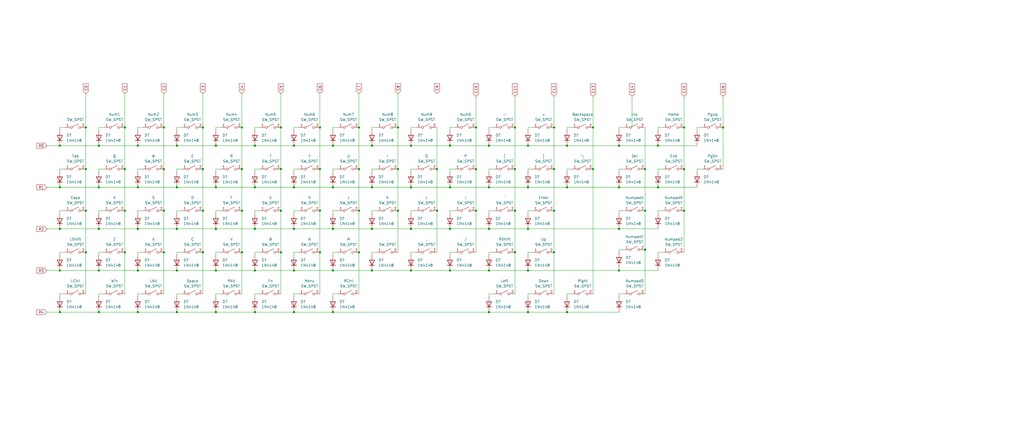
<source format=kicad_sch>
(kicad_sch (version 20211123) (generator eeschema)
  (paper "User" 499.999 210.007)
  (junction (at 270.51 82.55))
  (junction (at 162.56 152.4))
  (junction (at 257.81 91.44))
  (junction (at 80.01 82.55))
  (junction (at 257.81 132.08))
  (junction (at 175.26 102.87))
  (junction (at 251.46 123.19))
  (junction (at 334.01 102.87))
  (junction (at 60.96 123.19))
  (junction (at 124.46 152.4))
  (junction (at 143.51 132.08))
  (junction (at 86.36 71.12))
  (junction (at 270.51 123.19))
  (junction (at 334.01 62.23))
  (junction (at 124.46 111.76))
  (junction (at 105.41 71.12))
  (junction (at 314.96 102.87))
  (junction (at 200.66 111.76))
  (junction (at 80.01 123.19))
  (junction (at 60.96 62.23))
  (junction (at 48.26 132.08))
  (junction (at 156.21 82.55))
  (junction (at 181.61 91.44))
  (junction (at 118.11 123.19))
  (junction (at 80.01 62.23))
  (junction (at 67.31 71.12))
  (junction (at 194.31 82.55))
  (junction (at 257.81 71.12))
  (junction (at 276.86 71.12))
  (junction (at 105.41 132.08))
  (junction (at 137.16 123.19))
  (junction (at 48.26 111.76))
  (junction (at 137.16 62.23))
  (junction (at 67.31 91.44))
  (junction (at 175.26 82.55))
  (junction (at 80.01 102.87))
  (junction (at 219.71 91.44))
  (junction (at 143.51 152.4))
  (junction (at 41.91 102.87))
  (junction (at 48.26 152.4))
  (junction (at 200.66 132.08))
  (junction (at 213.36 82.55))
  (junction (at 60.96 102.87))
  (junction (at 29.21 91.44))
  (junction (at 143.51 111.76))
  (junction (at 194.31 102.87))
  (junction (at 276.86 152.4))
  (junction (at 232.41 62.23))
  (junction (at 143.51 91.44))
  (junction (at 124.46 71.12))
  (junction (at 302.26 71.12))
  (junction (at 29.21 152.4))
  (junction (at 99.06 82.55))
  (junction (at 118.11 82.55))
  (junction (at 124.46 132.08))
  (junction (at 289.56 82.55))
  (junction (at 238.76 152.4))
  (junction (at 289.56 62.23))
  (junction (at 270.51 102.87))
  (junction (at 200.66 71.12))
  (junction (at 137.16 102.87))
  (junction (at 353.06 62.23))
  (junction (at 67.31 111.76))
  (junction (at 67.31 132.08))
  (junction (at 213.36 102.87))
  (junction (at 257.81 111.76))
  (junction (at 238.76 132.08))
  (junction (at 251.46 62.23))
  (junction (at 105.41 111.76))
  (junction (at 86.36 132.08))
  (junction (at 175.26 62.23))
  (junction (at 156.21 123.19))
  (junction (at 270.51 62.23))
  (junction (at 29.21 111.76))
  (junction (at 86.36 152.4))
  (junction (at 302.26 132.08))
  (junction (at 48.26 91.44))
  (junction (at 67.31 152.4))
  (junction (at 105.41 91.44))
  (junction (at 321.31 71.12))
  (junction (at 99.06 102.87))
  (junction (at 29.21 132.08))
  (junction (at 41.91 123.19))
  (junction (at 219.71 111.76))
  (junction (at 302.26 111.76))
  (junction (at 118.11 102.87))
  (junction (at 124.46 91.44))
  (junction (at 302.26 91.44))
  (junction (at 156.21 102.87))
  (junction (at 86.36 111.76))
  (junction (at 156.21 62.23))
  (junction (at 194.31 62.23))
  (junction (at 238.76 91.44))
  (junction (at 219.71 132.08))
  (junction (at 86.36 91.44))
  (junction (at 137.16 82.55))
  (junction (at 99.06 123.19))
  (junction (at 276.86 91.44))
  (junction (at 48.26 71.12))
  (junction (at 200.66 91.44))
  (junction (at 314.96 82.55))
  (junction (at 162.56 111.76))
  (junction (at 181.61 111.76))
  (junction (at 41.91 62.23))
  (junction (at 41.91 82.55))
  (junction (at 232.41 82.55))
  (junction (at 29.21 71.12))
  (junction (at 143.51 71.12))
  (junction (at 181.61 71.12))
  (junction (at 162.56 71.12))
  (junction (at 162.56 91.44))
  (junction (at 334.01 82.55))
  (junction (at 105.41 152.4))
  (junction (at 238.76 111.76))
  (junction (at 162.56 132.08))
  (junction (at 232.41 102.87))
  (junction (at 314.96 121.92))
  (junction (at 181.61 132.08))
  (junction (at 60.96 82.55))
  (junction (at 219.71 71.12))
  (junction (at 118.11 62.23))
  (junction (at 251.46 82.55))
  (junction (at 99.06 62.23))
  (junction (at 321.31 91.44))
  (junction (at 175.26 123.19))
  (junction (at 251.46 102.87))
  (junction (at 257.81 152.4))
  (junction (at 238.76 71.12))
  (wire (pts (xy 232.41 102.87) (xy 232.41 123.19)))
  (wire (pts (xy 276.86 71.12) (xy 302.26 71.12)))
  (wire (pts (xy 60.96 45.72) (xy 60.96 62.23)))
  (wire (pts (xy 156.21 45.72) (xy 156.21 62.23)))
  (wire (pts (xy 99.06 82.55) (xy 99.06 102.87)))
  (wire (pts (xy 67.31 62.23) (xy 67.31 63.5)))
  (wire (pts (xy 99.06 102.87) (xy 99.06 123.19)))
  (wire (pts (xy 143.51 111.76) (xy 162.56 111.76)))
  (wire (pts (xy 238.76 62.23) (xy 238.76 63.5)))
  (wire (pts (xy 137.16 62.23) (xy 137.16 82.55)))
  (wire (pts (xy 302.26 71.12) (xy 321.31 71.12)))
  (wire (pts (xy 86.36 132.08) (xy 105.41 132.08)))
  (wire (pts (xy 67.31 91.44) (xy 86.36 91.44)))
  (wire (pts (xy 22.86 91.44) (xy 29.21 91.44)))
  (wire (pts (xy 321.31 91.44) (xy 340.36 91.44)))
  (wire (pts (xy 105.41 144.78) (xy 105.41 143.51)))
  (wire (pts (xy 69.85 62.23) (xy 67.31 62.23)))
  (wire (pts (xy 143.51 143.51) (xy 143.51 144.78)))
  (wire (pts (xy 289.56 46.99) (xy 289.56 62.23)))
  (wire (pts (xy 99.06 123.19) (xy 99.06 143.51)))
  (wire (pts (xy 238.76 82.55) (xy 238.76 83.82)))
  (wire (pts (xy 67.31 102.87) (xy 67.31 104.14)))
  (wire (pts (xy 162.56 83.82) (xy 162.56 82.55)))
  (wire (pts (xy 29.21 83.82) (xy 29.21 82.55)))
  (wire (pts (xy 219.71 62.23) (xy 222.25 62.23)))
  (wire (pts (xy 200.66 124.46) (xy 200.66 123.19)))
  (wire (pts (xy 48.26 62.23) (xy 50.8 62.23)))
  (wire (pts (xy 314.96 121.92) (xy 314.96 143.51)))
  (wire (pts (xy 238.76 143.51) (xy 241.3 143.51)))
  (wire (pts (xy 251.46 123.19) (xy 251.46 143.51)))
  (wire (pts (xy 86.36 143.51) (xy 88.9 143.51)))
  (wire (pts (xy 289.56 82.55) (xy 289.56 143.51)))
  (wire (pts (xy 86.36 82.55) (xy 88.9 82.55)))
  (wire (pts (xy 41.91 123.19) (xy 41.91 143.51)))
  (wire (pts (xy 219.71 104.14) (xy 219.71 102.87)))
  (wire (pts (xy 67.31 132.08) (xy 86.36 132.08)))
  (wire (pts (xy 143.51 82.55) (xy 146.05 82.55)))
  (wire (pts (xy 48.26 104.14) (xy 48.26 102.87)))
  (wire (pts (xy 200.66 104.14) (xy 200.66 102.87)))
  (wire (pts (xy 321.31 71.12) (xy 340.36 71.12)))
  (wire (pts (xy 304.8 82.55) (xy 302.26 82.55)))
  (wire (pts (xy 321.31 123.19) (xy 321.31 124.46)))
  (wire (pts (xy 270.51 46.99) (xy 270.51 62.23)))
  (wire (pts (xy 67.31 143.51) (xy 69.85 143.51)))
  (wire (pts (xy 69.85 102.87) (xy 67.31 102.87)))
  (wire (pts (xy 302.26 130.81) (xy 302.26 132.08)))
  (wire (pts (xy 184.15 62.23) (xy 181.61 62.23)))
  (wire (pts (xy 162.56 132.08) (xy 181.61 132.08)))
  (wire (pts (xy 86.36 124.46) (xy 86.36 123.19)))
  (wire (pts (xy 257.81 144.78) (xy 257.81 143.51)))
  (wire (pts (xy 321.31 63.5) (xy 321.31 62.23)))
  (wire (pts (xy 165.1 123.19) (xy 162.56 123.19)))
  (wire (pts (xy 238.76 144.78) (xy 238.76 143.51)))
  (wire (pts (xy 156.21 82.55) (xy 156.21 102.87)))
  (wire (pts (xy 143.51 104.14) (xy 143.51 102.87)))
  (wire (pts (xy 143.51 71.12) (xy 162.56 71.12)))
  (wire (pts (xy 48.26 82.55) (xy 50.8 82.55)))
  (wire (pts (xy 276.86 152.4) (xy 302.26 152.4)))
  (wire (pts (xy 48.26 102.87) (xy 50.8 102.87)))
  (wire (pts (xy 86.36 91.44) (xy 105.41 91.44)))
  (wire (pts (xy 308.61 46.99) (xy 308.61 62.23)))
  (wire (pts (xy 105.41 123.19) (xy 107.95 123.19)))
  (wire (pts (xy 181.61 82.55) (xy 181.61 83.82)))
  (wire (pts (xy 124.46 82.55) (xy 124.46 83.82)))
  (wire (pts (xy 105.41 143.51) (xy 107.95 143.51)))
  (wire (pts (xy 48.26 123.19) (xy 50.8 123.19)))
  (wire (pts (xy 194.31 45.72) (xy 194.31 62.23)))
  (wire (pts (xy 48.26 83.82) (xy 48.26 82.55)))
  (wire (pts (xy 270.51 82.55) (xy 270.51 102.87)))
  (wire (pts (xy 48.26 71.12) (xy 67.31 71.12)))
  (wire (pts (xy 162.56 143.51) (xy 165.1 143.51)))
  (wire (pts (xy 41.91 62.23) (xy 41.91 82.55)))
  (wire (pts (xy 257.81 143.51) (xy 260.35 143.51)))
  (wire (pts (xy 156.21 62.23) (xy 156.21 82.55)))
  (wire (pts (xy 257.81 111.76) (xy 302.26 111.76)))
  (wire (pts (xy 219.71 83.82) (xy 219.71 82.55)))
  (wire (pts (xy 257.81 124.46) (xy 257.81 123.19)))
  (wire (pts (xy 184.15 102.87) (xy 181.61 102.87)))
  (wire (pts (xy 232.41 62.23) (xy 232.41 82.55)))
  (wire (pts (xy 276.86 91.44) (xy 302.26 91.44)))
  (wire (pts (xy 86.36 71.12) (xy 105.41 71.12)))
  (wire (pts (xy 304.8 102.87) (xy 302.26 102.87)))
  (wire (pts (xy 181.61 123.19) (xy 184.15 123.19)))
  (wire (pts (xy 321.31 102.87) (xy 321.31 104.14)))
  (wire (pts (xy 162.56 102.87) (xy 165.1 102.87)))
  (wire (pts (xy 127 62.23) (xy 124.46 62.23)))
  (wire (pts (xy 257.81 102.87) (xy 260.35 102.87)))
  (wire (pts (xy 276.86 62.23) (xy 279.4 62.23)))
  (wire (pts (xy 105.41 152.4) (xy 124.46 152.4)))
  (wire (pts (xy 22.86 132.08) (xy 29.21 132.08)))
  (wire (pts (xy 219.71 111.76) (xy 238.76 111.76)))
  (wire (pts (xy 257.81 63.5) (xy 257.81 62.23)))
  (wire (pts (xy 276.86 82.55) (xy 279.4 82.55)))
  (wire (pts (xy 353.06 62.23) (xy 353.06 82.55)))
  (wire (pts (xy 241.3 82.55) (xy 238.76 82.55)))
  (wire (pts (xy 67.31 144.78) (xy 67.31 143.51)))
  (wire (pts (xy 200.66 63.5) (xy 200.66 62.23)))
  (wire (pts (xy 162.56 63.5) (xy 162.56 62.23)))
  (wire (pts (xy 238.76 123.19) (xy 241.3 123.19)))
  (wire (pts (xy 29.21 71.12) (xy 48.26 71.12)))
  (wire (pts (xy 302.26 82.55) (xy 302.26 83.82)))
  (wire (pts (xy 29.21 123.19) (xy 31.75 123.19)))
  (wire (pts (xy 162.56 71.12) (xy 181.61 71.12)))
  (wire (pts (xy 200.66 102.87) (xy 203.2 102.87)))
  (wire (pts (xy 181.61 62.23) (xy 181.61 63.5)))
  (wire (pts (xy 289.56 62.23) (xy 289.56 82.55)))
  (wire (pts (xy 162.56 144.78) (xy 162.56 143.51)))
  (wire (pts (xy 29.21 124.46) (xy 29.21 123.19)))
  (wire (pts (xy 251.46 82.55) (xy 251.46 102.87)))
  (wire (pts (xy 200.66 82.55) (xy 203.2 82.55)))
  (wire (pts (xy 241.3 102.87) (xy 238.76 102.87)))
  (wire (pts (xy 184.15 82.55) (xy 181.61 82.55)))
  (wire (pts (xy 323.85 123.19) (xy 321.31 123.19)))
  (wire (pts (xy 257.81 91.44) (xy 276.86 91.44)))
  (wire (pts (xy 238.76 124.46) (xy 238.76 123.19)))
  (wire (pts (xy 124.46 124.46) (xy 124.46 123.19)))
  (wire (pts (xy 232.41 46.99) (xy 232.41 62.23)))
  (wire (pts (xy 22.86 152.4) (xy 29.21 152.4)))
  (wire (pts (xy 29.21 82.55) (xy 31.75 82.55)))
  (wire (pts (xy 105.41 111.76) (xy 124.46 111.76)))
  (wire (pts (xy 323.85 102.87) (xy 321.31 102.87)))
  (wire (pts (xy 137.16 102.87) (xy 137.16 123.19)))
  (wire (pts (xy 251.46 62.23) (xy 251.46 82.55)))
  (wire (pts (xy 162.56 82.55) (xy 165.1 82.55)))
  (wire (pts (xy 200.66 71.12) (xy 219.71 71.12)))
  (wire (pts (xy 279.4 143.51) (xy 276.86 143.51)))
  (wire (pts (xy 105.41 91.44) (xy 124.46 91.44)))
  (wire (pts (xy 162.56 91.44) (xy 181.61 91.44)))
  (wire (pts (xy 99.06 45.72) (xy 99.06 62.23)))
  (wire (pts (xy 69.85 82.55) (xy 67.31 82.55)))
  (wire (pts (xy 270.51 123.19) (xy 270.51 143.51)))
  (wire (pts (xy 302.26 143.51) (xy 302.26 144.78)))
  (wire (pts (xy 143.51 152.4) (xy 162.56 152.4)))
  (wire (pts (xy 124.46 111.76) (xy 143.51 111.76)))
  (wire (pts (xy 143.51 102.87) (xy 146.05 102.87)))
  (wire (pts (xy 219.71 124.46) (xy 219.71 123.19)))
  (wire (pts (xy 137.16 45.72) (xy 137.16 62.23)))
  (wire (pts (xy 118.11 45.72) (xy 118.11 62.23)))
  (wire (pts (xy 143.51 83.82) (xy 143.51 82.55)))
  (wire (pts (xy 86.36 102.87) (xy 88.9 102.87)))
  (wire (pts (xy 60.96 62.23) (xy 60.96 82.55)))
  (wire (pts (xy 105.41 124.46) (xy 105.41 123.19)))
  (wire (pts (xy 124.46 71.12) (xy 143.51 71.12)))
  (wire (pts (xy 60.96 123.19) (xy 60.96 143.51)))
  (wire (pts (xy 314.96 62.23) (xy 314.96 82.55)))
  (wire (pts (xy 276.86 83.82) (xy 276.86 82.55)))
  (wire (pts (xy 200.66 111.76) (xy 219.71 111.76)))
  (wire (pts (xy 137.16 82.55) (xy 137.16 102.87)))
  (wire (pts (xy 302.26 132.08) (xy 321.31 132.08)))
  (wire (pts (xy 143.51 124.46) (xy 143.51 123.19)))
  (wire (pts (xy 118.11 82.55) (xy 118.11 102.87)))
  (wire (pts (xy 257.81 132.08) (xy 302.26 132.08)))
  (wire (pts (xy 270.51 62.23) (xy 270.51 82.55)))
  (wire (pts (xy 22.86 71.12) (xy 29.21 71.12)))
  (wire (pts (xy 60.96 102.87) (xy 60.96 123.19)))
  (wire (pts (xy 334.01 62.23) (xy 334.01 82.55)))
  (wire (pts (xy 200.66 83.82) (xy 200.66 82.55)))
  (wire (pts (xy 175.26 45.72) (xy 175.26 62.23)))
  (wire (pts (xy 219.71 71.12) (xy 238.76 71.12)))
  (wire (pts (xy 105.41 102.87) (xy 107.95 102.87)))
  (wire (pts (xy 22.86 111.76) (xy 29.21 111.76)))
  (wire (pts (xy 143.51 123.19) (xy 146.05 123.19)))
  (wire (pts (xy 29.21 104.14) (xy 29.21 102.87)))
  (wire (pts (xy 257.81 83.82) (xy 257.81 82.55)))
  (wire (pts (xy 118.11 102.87) (xy 118.11 123.19)))
  (wire (pts (xy 181.61 111.76) (xy 200.66 111.76)))
  (wire (pts (xy 340.36 63.5) (xy 340.36 62.23)))
  (wire (pts (xy 48.26 91.44) (xy 67.31 91.44)))
  (wire (pts (xy 80.01 102.87) (xy 80.01 123.19)))
  (wire (pts (xy 251.46 102.87) (xy 251.46 123.19)))
  (wire (pts (xy 124.46 144.78) (xy 124.46 143.51)))
  (wire (pts (xy 162.56 123.19) (xy 162.56 124.46)))
  (wire (pts (xy 321.31 62.23) (xy 323.85 62.23)))
  (wire (pts (xy 124.46 62.23) (xy 124.46 63.5)))
  (wire (pts (xy 105.41 82.55) (xy 107.95 82.55)))
  (wire (pts (xy 124.46 143.51) (xy 127 143.51)))
  (wire (pts (xy 124.46 152.4) (xy 143.51 152.4)))
  (wire (pts (xy 302.26 111.76) (xy 321.31 111.76)))
  (wire (pts (xy 137.16 123.19) (xy 137.16 143.51)))
  (wire (pts (xy 86.36 123.19) (xy 88.9 123.19)))
  (wire (pts (xy 219.71 82.55) (xy 222.25 82.55)))
  (wire (pts (xy 48.26 132.08) (xy 67.31 132.08)))
  (wire (pts (xy 181.61 132.08) (xy 200.66 132.08)))
  (wire (pts (xy 304.8 143.51) (xy 302.26 143.51)))
  (wire (pts (xy 238.76 152.4) (xy 257.81 152.4)))
  (wire (pts (xy 29.21 111.76) (xy 48.26 111.76)))
  (wire (pts (xy 156.21 102.87) (xy 156.21 123.19)))
  (wire (pts (xy 118.11 62.23) (xy 118.11 82.55)))
  (wire (pts (xy 314.96 102.87) (xy 314.96 121.92)))
  (wire (pts (xy 219.71 91.44) (xy 238.76 91.44)))
  (wire (pts (xy 80.01 82.55) (xy 80.01 102.87)))
  (wire (pts (xy 86.36 111.76) (xy 105.41 111.76)))
  (wire (pts (xy 302.26 102.87) (xy 302.26 104.14)))
  (wire (pts (xy 257.81 123.19) (xy 260.35 123.19)))
  (wire (pts (xy 105.41 104.14) (xy 105.41 102.87)))
  (wire (pts (xy 219.71 123.19) (xy 222.25 123.19)))
  (wire (pts (xy 181.61 91.44) (xy 200.66 91.44)))
  (wire (pts (xy 334.01 46.99) (xy 334.01 62.23)))
  (wire (pts (xy 105.41 132.08) (xy 124.46 132.08)))
  (wire (pts (xy 194.31 82.55) (xy 194.31 102.87)))
  (wire (pts (xy 276.86 63.5) (xy 276.86 62.23)))
  (wire (pts (xy 99.06 62.23) (xy 99.06 82.55)))
  (wire (pts (xy 41.91 102.87) (xy 41.91 123.19)))
  (wire (pts (xy 238.76 71.12) (xy 257.81 71.12)))
  (wire (pts (xy 69.85 123.19) (xy 67.31 123.19)))
  (wire (pts (xy 175.26 82.55) (xy 175.26 102.87)))
  (wire (pts (xy 29.21 132.08) (xy 48.26 132.08)))
  (wire (pts (xy 143.51 62.23) (xy 146.05 62.23)))
  (wire (pts (xy 257.81 82.55) (xy 260.35 82.55)))
  (wire (pts (xy 29.21 144.78) (xy 29.21 143.51)))
  (wire (pts (xy 29.21 62.23) (xy 31.75 62.23)))
  (wire (pts (xy 156.21 123.19) (xy 156.21 143.51)))
  (wire (pts (xy 241.3 62.23) (xy 238.76 62.23)))
  (wire (pts (xy 67.31 71.12) (xy 86.36 71.12)))
  (wire (pts (xy 143.51 91.44) (xy 162.56 91.44)))
  (wire (pts (xy 86.36 104.14) (xy 86.36 102.87)))
  (wire (pts (xy 48.26 63.5) (xy 48.26 62.23)))
  (wire (pts (xy 175.26 123.19) (xy 175.26 143.51)))
  (wire (pts (xy 304.8 121.92) (xy 302.26 121.92)))
  (wire (pts (xy 200.66 123.19) (xy 203.2 123.19)))
  (wire (pts (xy 302.26 121.92) (xy 302.26 123.19)))
  (wire (pts (xy 175.26 62.23) (xy 175.26 82.55)))
  (wire (pts (xy 321.31 82.55) (xy 323.85 82.55)))
  (wire (pts (xy 124.46 102.87) (xy 124.46 104.14)))
  (wire (pts (xy 314.96 82.55) (xy 314.96 102.87)))
  (wire (pts (xy 302.26 62.23) (xy 302.26 63.5)))
  (wire (pts (xy 127 82.55) (xy 124.46 82.55)))
  (wire (pts (xy 213.36 82.55) (xy 213.36 102.87)))
  (wire (pts (xy 162.56 152.4) (xy 238.76 152.4)))
  (wire (pts (xy 181.61 71.12) (xy 200.66 71.12)))
  (wire (pts (xy 86.36 63.5) (xy 86.36 62.23)))
  (wire (pts (xy 181.61 102.87) (xy 181.61 104.14)))
  (wire (pts (xy 219.71 132.08) (xy 238.76 132.08)))
  (wire (pts (xy 143.51 132.08) (xy 162.56 132.08)))
  (wire (pts (xy 340.36 83.82) (xy 340.36 82.55)))
  (wire (pts (xy 321.31 83.82) (xy 321.31 82.55)))
  (wire (pts (xy 146.05 143.51) (xy 143.51 143.51)))
  (wire (pts (xy 105.41 62.23) (xy 107.95 62.23)))
  (wire (pts (xy 105.41 83.82) (xy 105.41 82.55)))
  (wire (pts (xy 257.81 104.14) (xy 257.81 102.87)))
  (wire (pts (xy 86.36 152.4) (xy 105.41 152.4)))
  (wire (pts (xy 105.41 71.12) (xy 124.46 71.12)))
  (wire (pts (xy 48.26 143.51) (xy 48.26 144.78)))
  (wire (pts (xy 238.76 102.87) (xy 238.76 104.14)))
  (wire (pts (xy 238.76 91.44) (xy 257.81 91.44)))
  (wire (pts (xy 50.8 143.51) (xy 48.26 143.51)))
  (wire (pts (xy 200.66 62.23) (xy 203.2 62.23)))
  (wire (pts (xy 86.36 144.78) (xy 86.36 143.51)))
  (wire (pts (xy 213.36 62.23) (xy 213.36 82.55)))
  (wire (pts (xy 175.26 102.87) (xy 175.26 123.19)))
  (wire (pts (xy 302.26 91.44) (xy 321.31 91.44)))
  (wire (pts (xy 143.51 63.5) (xy 143.51 62.23)))
  (wire (pts (xy 257.81 152.4) (xy 276.86 152.4)))
  (wire (pts (xy 29.21 152.4) (xy 48.26 152.4)))
  (wire (pts (xy 29.21 63.5) (xy 29.21 62.23)))
  (wire (pts (xy 67.31 152.4) (xy 86.36 152.4)))
  (wire (pts (xy 213.36 102.87) (xy 213.36 123.19)))
  (wire (pts (xy 353.06 46.99) (xy 353.06 62.23)))
  (wire (pts (xy 41.91 45.72) (xy 41.91 62.23)))
  (wire (pts (xy 29.21 143.51) (xy 31.75 143.51)))
  (wire (pts (xy 238.76 132.08) (xy 257.81 132.08)))
  (wire (pts (xy 162.56 62.23) (xy 165.1 62.23)))
  (wire (pts (xy 118.11 123.19) (xy 118.11 143.51)))
  (wire (pts (xy 48.26 124.46) (xy 48.26 123.19)))
  (wire (pts (xy 124.46 132.08) (xy 143.51 132.08)))
  (wire (pts (xy 219.71 63.5) (xy 219.71 62.23)))
  (wire (pts (xy 124.46 91.44) (xy 143.51 91.44)))
  (wire (pts (xy 127 102.87) (xy 124.46 102.87)))
  (wire (pts (xy 162.56 111.76) (xy 181.61 111.76)))
  (wire (pts (xy 334.01 102.87) (xy 334.01 123.19)))
  (wire (pts (xy 86.36 62.23) (xy 88.9 62.23)))
  (wire (pts (xy 257.81 62.23) (xy 260.35 62.23)))
  (wire (pts (xy 86.36 83.82) (xy 86.36 82.55)))
  (wire (pts (xy 41.91 82.55) (xy 41.91 102.87)))
  (wire (pts (xy 257.81 71.12) (xy 276.86 71.12)))
  (wire (pts (xy 340.36 82.55) (xy 342.9 82.55)))
  (wire (pts (xy 48.26 111.76) (xy 67.31 111.76)))
  (wire (pts (xy 80.01 62.23) (xy 80.01 82.55)))
  (wire (pts (xy 29.21 102.87) (xy 31.75 102.87)))
  (wire (pts (xy 270.51 102.87) (xy 270.51 123.19)))
  (wire (pts (xy 67.31 123.19) (xy 67.31 124.46)))
  (wire (pts (xy 232.41 82.55) (xy 232.41 102.87)))
  (wire (pts (xy 276.86 143.51) (xy 276.86 144.78)))
  (wire (pts (xy 219.71 102.87) (xy 222.25 102.87)))
  (wire (pts (xy 340.36 62.23) (xy 342.9 62.23)))
  (wire (pts (xy 194.31 102.87) (xy 194.31 123.19)))
  (wire (pts (xy 60.96 82.55) (xy 60.96 102.87)))
  (wire (pts (xy 80.01 123.19) (xy 80.01 143.51)))
  (wire (pts (xy 251.46 46.99) (xy 251.46 62.23)))
  (wire (pts (xy 162.56 104.14) (xy 162.56 102.87)))
  (wire (pts (xy 238.76 111.76) (xy 257.81 111.76)))
  (wire (pts (xy 181.61 124.46) (xy 181.61 123.19)))
  (wire (pts (xy 67.31 111.76) (xy 86.36 111.76)))
  (wire (pts (xy 334.01 82.55) (xy 334.01 102.87)))
  (wire (pts (xy 105.41 63.5) (xy 105.41 62.23)))
  (wire (pts (xy 194.31 62.23) (xy 194.31 82.55)))
  (wire (pts (xy 29.21 91.44) (xy 48.26 91.44)))
  (wire (pts (xy 304.8 62.23) (xy 302.26 62.23)))
  (wire (pts (xy 48.26 152.4) (xy 67.31 152.4)))
  (wire (pts (xy 80.01 45.72) (xy 80.01 62.23)))
  (wire (pts (xy 200.66 132.08) (xy 219.71 132.08)))
  (wire (pts (xy 200.66 91.44) (xy 219.71 91.44)))
  (wire (pts (xy 67.31 82.55) (xy 67.31 83.82)))
  (wire (pts (xy 124.46 123.19) (xy 127 123.19)))
  (global_label "C12" (shape input) (at 270.51 46.99 90) (property "Intersheet References" "${INTERSHEET_REFS}" (effects hide)))
  (global_label "C11" (shape input) (at 251.46 46.99 90) (property "Intersheet References" "${INTERSHEET_REFS}" (effects hide)))
  (global_label "R2" (shape input) (at 22.86 111.76 180) (property "Intersheet References" "${INTERSHEET_REFS}" (effects hide)))
  (global_label "C15" (shape input) (at 334.01 46.99 90) (property "Intersheet References" "${INTERSHEET_REFS}" (effects hide)))
  (global_label "C0" (shape input) (at 41.91 45.72 90) (property "Intersheet References" "${INTERSHEET_REFS}" (effects hide)))
  (global_label "C5" (shape input) (at 137.16 45.72 90) (property "Intersheet References" "${INTERSHEET_REFS}" (effects hide)))
  (global_label "C7" (shape input) (at 175.26 45.72 90) (property "Intersheet References" "${INTERSHEET_REFS}" (effects hide)))
  (global_label "C6" (shape input) (at 156.21 45.72 90) (property "Intersheet References" "${INTERSHEET_REFS}" (effects hide)))
  (global_label "R3" (shape input) (at 22.86 132.08 180) (property "Intersheet References" "${INTERSHEET_REFS}" (effects hide)))
  (global_label "C16" (shape input) (at 353.06 46.99 90) (property "Intersheet References" "${INTERSHEET_REFS}" (effects hide)))
  (global_label "C14" (shape input) (at 308.61 46.99 90) (property "Intersheet References" "${INTERSHEET_REFS}" (effects hide)))
  (global_label "C8" (shape input) (at 194.31 45.72 90) (property "Intersheet References" "${INTERSHEET_REFS}" (effects hide)))
  (global_label "R4" (shape input) (at 22.86 152.4 180) (property "Intersheet References" "${INTERSHEET_REFS}" (effects hide)))
  (global_label "C9" (shape input) (at 213.36 45.72 90) (property "Intersheet References" "${INTERSHEET_REFS}" (effects hide)))
  (global_label "C10" (shape input) (at 232.41 46.99 90) (property "Intersheet References" "${INTERSHEET_REFS}" (effects hide)))
  (global_label "R0" (shape input) (at 22.86 71.12 180) (property "Intersheet References" "${INTERSHEET_REFS}" (effects hide)))
  (global_label "C13" (shape input) (at 289.56 46.99 90) (property "Intersheet References" "${INTERSHEET_REFS}" (effects hide)))
  (global_label "C1" (shape input) (at 60.96 45.72 90) (property "Intersheet References" "${INTERSHEET_REFS}" (effects hide)))
  (global_label "C4" (shape input) (at 118.11 45.72 90) (property "Intersheet References" "${INTERSHEET_REFS}" (effects hide)))
  (global_label "R1" (shape input) (at 22.86 91.44 180) (property "Intersheet References" "${INTERSHEET_REFS}" (effects hide)))
  (global_label "C2" (shape input) (at 80.01 45.72 90) (property "Intersheet References" "${INTERSHEET_REFS}" (effects hide)))
  (global_label "C3" (shape input) (at 99.06 45.72 90) (property "Intersheet References" "${INTERSHEET_REFS}" (effects hide)))
  (symbol (lib_id "Diode:1N4148") (at 219.71 87.63 90) (unit 1)
    (property "Reference" "D?" (at 222.885 86.3599 90) (effects (justify right)))
    (property "Value" "1N4148" (at 222.885 88.8999 90) (effects (justify right)))
    (property "Footprint" "Diode_THT:D_DO-35_SOD27_P7.62mm_Horizontal" (effects hide))
    (property "Datasheet" "https://assets.nexperia.com/documents/data-sheet/1N4148_1N4448.pdf" (effects hide))
  )
  (symbol (lib_id "Switch:SW_SPST") (at 113.03 123.19 0) (unit 1)
    (property "Reference" "V" (at 113.03 116.84 0))
    (property "Value" "SW_SPST" (at 113.03 119.38 0))
    (property "Footprint" "Button_Switch_Keyboard:SW_Cherry_MX_1.00u_PCB" (effects hide))
  )
  (symbol (lib_id "Switch:SW_SPST") (at 309.88 82.55 0) (unit 1)
    (property "Reference" "Del" (at 309.88 76.2 0))
    (property "Value" "SW_SPST" (at 309.88 78.74 0))
    (property "Footprint" "Button_Switch_Keyboard:SW_Cherry_MX_1.00u_PCB" (effects hide))
  )
  (symbol (lib_id "Switch:SW_SPST") (at 151.13 62.23 0) (unit 1)
    (property "Reference" "Num6" (at 151.13 55.88 0))
    (property "Value" "SW_SPST" (at 151.13 58.42 0))
    (property "Footprint" "Button_Switch_Keyboard:SW_Cherry_MX_1.00u_PCB" (effects hide))
  )
  (symbol (lib_id "Switch:SW_SPST") (at 170.18 102.87 0) (unit 1)
    (property "Reference" "J" (at 170.18 96.52 0))
    (property "Value" "SW_SPST" (at 170.18 99.06 0))
    (property "Footprint" "Button_Switch_Keyboard:SW_Cherry_MX_1.00u_PCB" (effects hide))
  )
  (symbol (lib_id "Diode:1N4148") (at 162.56 67.31 90) (unit 1)
    (property "Reference" "D?" (at 165.735 66.0399 90) (effects (justify right)))
    (property "Value" "1N4148" (at 165.735 68.5799 90) (effects (justify right)))
    (property "Footprint" "Diode_THT:D_DO-35_SOD27_P7.62mm_Horizontal" (effects hide))
    (property "Datasheet" "https://assets.nexperia.com/documents/data-sheet/1N4148_1N4448.pdf" (effects hide))
  )
  (symbol (lib_id "Diode:1N4148") (at 67.31 87.63 90) (unit 1)
    (property "Reference" "D?" (at 70.485 86.3599 90) (effects (justify right)))
    (property "Value" "1N4148" (at 70.485 88.8999 90) (effects (justify right)))
    (property "Footprint" "Diode_THT:D_DO-35_SOD27_P7.62mm_Horizontal" (effects hide))
    (property "Datasheet" "https://assets.nexperia.com/documents/data-sheet/1N4148_1N4448.pdf" (effects hide))
  )
  (symbol (lib_id "Diode:1N4148") (at 124.46 67.31 90) (unit 1)
    (property "Reference" "D?" (at 127.635 66.0399 90) (effects (justify right)))
    (property "Value" "1N4148" (at 127.635 68.5799 90) (effects (justify right)))
    (property "Footprint" "Diode_THT:D_DO-35_SOD27_P7.62mm_Horizontal" (effects hide))
    (property "Datasheet" "https://assets.nexperia.com/documents/data-sheet/1N4148_1N4448.pdf" (effects hide))
  )
  (symbol (lib_id "Switch:SW_SPST") (at 93.98 143.51 0) (unit 1)
    (property "Reference" "Space" (at 93.98 137.16 0))
    (property "Value" "SW_SPST" (at 93.98 139.7 0))
    (property "Footprint" "Button_Switch_Keyboard:SW_Cherry_MX_1.00u_PCB" (effects hide))
  )
  (symbol (lib_id "Switch:SW_SPST") (at 55.88 82.55 0) (unit 1)
    (property "Reference" "Q" (at 55.88 76.2 0))
    (property "Value" "SW_SPST" (at 55.88 78.74 0))
    (property "Footprint" "Button_Switch_Keyboard:SW_Cherry_MX_1.00u_PCB" (effects hide))
  )
  (symbol (lib_id "Switch:SW_SPST") (at 74.93 82.55 0) (unit 1)
    (property "Reference" "W" (at 74.93 76.2 0))
    (property "Value" "SW_SPST" (at 74.93 78.74 0))
    (property "Footprint" "Button_Switch_Keyboard:SW_Cherry_MX_1.00u_PCB" (effects hide))
  )
  (symbol (lib_id "Diode:1N4148") (at 302.26 148.59 90) (unit 1)
    (property "Reference" "D?" (at 305.435 147.3199 90) (effects (justify right)))
    (property "Value" "1N4148" (at 305.435 149.8599 90) (effects (justify right)))
    (property "Footprint" "Diode_THT:D_DO-35_SOD27_P7.62mm_Horizontal" (effects hide))
    (property "Datasheet" "https://assets.nexperia.com/documents/data-sheet/1N4148_1N4448.pdf" (effects hide))
  )
  (symbol (lib_id "Diode:1N4148") (at 143.51 87.63 90) (unit 1)
    (property "Reference" "D?" (at 146.685 86.3599 90) (effects (justify right)))
    (property "Value" "1N4148" (at 146.685 88.8999 90) (effects (justify right)))
    (property "Footprint" "Diode_THT:D_DO-35_SOD27_P7.62mm_Horizontal" (effects hide))
    (property "Datasheet" "https://assets.nexperia.com/documents/data-sheet/1N4148_1N4448.pdf" (effects hide))
  )
  (symbol (lib_id "Diode:1N4148") (at 219.71 128.27 90) (unit 1)
    (property "Reference" "D?" (at 222.885 126.9999 90) (effects (justify right)))
    (property "Value" "1N4148" (at 222.885 129.5399 90) (effects (justify right)))
    (property "Footprint" "Diode_THT:D_DO-35_SOD27_P7.62mm_Horizontal" (effects hide))
    (property "Datasheet" "https://assets.nexperia.com/documents/data-sheet/1N4148_1N4448.pdf" (effects hide))
  )
  (symbol (lib_id "Switch:SW_SPST") (at 113.03 62.23 0) (unit 1)
    (property "Reference" "Num4" (at 113.03 55.88 0))
    (property "Value" "SW_SPST" (at 113.03 58.42 0))
    (property "Footprint" "Button_Switch_Keyboard:SW_Cherry_MX_1.00u_PCB" (effects hide))
  )
  (symbol (lib_id "Switch:SW_SPST") (at 189.23 82.55 0) (unit 1)
    (property "Reference" "I" (at 189.23 76.2 0))
    (property "Value" "SW_SPST" (at 189.23 78.74 0))
    (property "Footprint" "Button_Switch_Keyboard:SW_Cherry_MX_1.00u_PCB" (effects hide))
  )
  (symbol (lib_id "Switch:SW_SPST") (at 55.88 102.87 0) (unit 1)
    (property "Reference" "A" (at 55.88 96.52 0))
    (property "Value" "SW_SPST" (at 55.88 99.06 0))
    (property "Footprint" "Button_Switch_Keyboard:SW_Cherry_MX_1.00u_PCB" (effects hide))
  )
  (symbol (lib_id "Diode:1N4148") (at 29.21 107.95 90) (unit 1)
    (property "Reference" "D?" (at 32.385 106.6799 90) (effects (justify right)))
    (property "Value" "1N4148" (at 32.385 109.2199 90) (effects (justify right)))
    (property "Footprint" "Diode_THT:D_DO-35_SOD27_P7.62mm_Horizontal" (effects hide))
    (property "Datasheet" "https://assets.nexperia.com/documents/data-sheet/1N4148_1N4448.pdf" (effects hide))
  )
  (symbol (lib_id "Diode:1N4148") (at 143.51 128.27 90) (unit 1)
    (property "Reference" "D?" (at 146.685 126.9999 90) (effects (justify right)))
    (property "Value" "1N4148" (at 146.685 129.5399 90) (effects (justify right)))
    (property "Footprint" "Diode_THT:D_DO-35_SOD27_P7.62mm_Horizontal" (effects hide))
    (property "Datasheet" "https://assets.nexperia.com/documents/data-sheet/1N4148_1N4448.pdf" (effects hide))
  )
  (symbol (lib_id "Switch:SW_SPST") (at 309.88 102.87 0) (unit 1)
    (property "Reference" "Numpad4" (at 309.88 96.52 0))
    (property "Value" "SW_SPST" (at 309.88 99.06 0))
    (property "Footprint" "Button_Switch_Keyboard:SW_Cherry_MX_1.00u_PCB" (effects hide))
  )
  (symbol (lib_id "Switch:SW_SPST") (at 284.48 143.51 0) (unit 1)
    (property "Reference" "Right" (at 284.48 137.16 0))
    (property "Value" "SW_SPST" (at 284.48 139.7 0))
    (property "Footprint" "Button_Switch_Keyboard:SW_Cherry_MX_1.00u_PCB" (effects hide))
  )
  (symbol (lib_id "Switch:SW_SPST") (at 170.18 123.19 0) (unit 1)
    (property "Reference" "M" (at 170.18 116.84 0))
    (property "Value" "SW_SPST" (at 170.18 119.38 0))
    (property "Footprint" "Button_Switch_Keyboard:SW_Cherry_MX_1.00u_PCB" (effects hide))
  )
  (symbol (lib_id "Diode:1N4148") (at 200.66 107.95 90) (unit 1)
    (property "Reference" "D?" (at 203.835 106.6799 90) (effects (justify right)))
    (property "Value" "1N4148" (at 203.835 109.2199 90) (effects (justify right)))
    (property "Footprint" "Diode_THT:D_DO-35_SOD27_P7.62mm_Horizontal" (effects hide))
    (property "Datasheet" "https://assets.nexperia.com/documents/data-sheet/1N4148_1N4448.pdf" (effects hide))
  )
  (symbol (lib_id "Switch:SW_SPST") (at 246.38 102.87 0) (unit 1)
    (property "Reference" "'" (at 246.38 96.52 0))
    (property "Value" "SW_SPST" (at 246.38 99.06 0))
    (property "Footprint" "Button_Switch_Keyboard:SW_Cherry_MX_1.00u_PCB" (effects hide))
  )
  (symbol (lib_id "Switch:SW_SPST") (at 36.83 82.55 0) (unit 1)
    (property "Reference" "Tab" (at 36.83 76.2 0))
    (property "Value" "SW_SPST" (at 36.83 78.74 0))
    (property "Footprint" "Button_Switch_Keyboard:SW_Cherry_MX_1.00u_PCB" (effects hide))
  )
  (symbol (lib_id "Switch:SW_SPST") (at 189.23 123.19 0) (unit 1)
    (property "Reference" "," (at 189.23 116.84 0))
    (property "Value" "SW_SPST" (at 189.23 119.38 0))
    (property "Footprint" "Button_Switch_Keyboard:SW_Cherry_MX_1.00u_PCB" (effects hide))
  )
  (symbol (lib_id "Diode:1N4148") (at 257.81 87.63 90) (unit 1)
    (property "Reference" "D?" (at 260.985 86.3599 90) (effects (justify right)))
    (property "Value" "1N4148" (at 260.985 88.8999 90) (effects (justify right)))
    (property "Footprint" "Diode_THT:D_DO-35_SOD27_P7.62mm_Horizontal" (effects hide))
    (property "Datasheet" "https://assets.nexperia.com/documents/data-sheet/1N4148_1N4448.pdf" (effects hide))
  )
  (symbol (lib_id "Diode:1N4148") (at 321.31 128.27 90) (unit 1)
    (property "Reference" "D?" (at 324.485 126.9999 90) (effects (justify right)))
    (property "Value" "1N4148" (at 324.485 129.5399 90) (effects (justify right)))
    (property "Footprint" "Diode_THT:D_DO-35_SOD27_P7.62mm_Horizontal" (effects hide))
    (property "Datasheet" "https://assets.nexperia.com/documents/data-sheet/1N4148_1N4448.pdf" (effects hide))
  )
  (symbol (lib_id "Diode:1N4148") (at 48.26 87.63 90) (unit 1)
    (property "Reference" "D?" (at 51.435 86.3599 90) (effects (justify right)))
    (property "Value" "1N4148" (at 51.435 88.8999 90) (effects (justify right)))
    (property "Footprint" "Diode_THT:D_DO-35_SOD27_P7.62mm_Horizontal" (effects hide))
    (property "Datasheet" "https://assets.nexperia.com/documents/data-sheet/1N4148_1N4448.pdf" (effects hide))
  )
  (symbol (lib_id "Diode:1N4148") (at 238.76 148.59 90) (unit 1)
    (property "Reference" "D?" (at 241.935 147.3199 90) (effects (justify right)))
    (property "Value" "1N4148" (at 241.935 149.8599 90) (effects (justify right)))
    (property "Footprint" "Diode_THT:D_DO-35_SOD27_P7.62mm_Horizontal" (effects hide))
    (property "Datasheet" "https://assets.nexperia.com/documents/data-sheet/1N4148_1N4448.pdf" (effects hide))
  )
  (symbol (lib_id "Diode:1N4148") (at 29.21 148.59 90) (unit 1)
    (property "Reference" "D?" (at 32.385 147.3199 90) (effects (justify right)))
    (property "Value" "1N4148" (at 32.385 149.8599 90) (effects (justify right)))
    (property "Footprint" "Diode_THT:D_DO-35_SOD27_P7.62mm_Horizontal" (effects hide))
    (property "Datasheet" "https://assets.nexperia.com/documents/data-sheet/1N4148_1N4448.pdf" (effects hide))
  )
  (symbol (lib_id "Diode:1N4148") (at 340.36 87.63 90) (unit 1)
    (property "Reference" "D?" (at 343.535 86.3599 90) (effects (justify right)))
    (property "Value" "1N4148" (at 343.535 88.8999 90) (effects (justify right)))
    (property "Footprint" "Diode_THT:D_DO-35_SOD27_P7.62mm_Horizontal" (effects hide))
    (property "Datasheet" "https://assets.nexperia.com/documents/data-sheet/1N4148_1N4448.pdf" (effects hide))
  )
  (symbol (lib_id "Diode:1N4148") (at 124.46 128.27 90) (unit 1)
    (property "Reference" "D?" (at 127.635 126.9999 90) (effects (justify right)))
    (property "Value" "1N4148" (at 127.635 129.5399 90) (effects (justify right)))
    (property "Footprint" "Diode_THT:D_DO-35_SOD27_P7.62mm_Horizontal" (effects hide))
    (property "Datasheet" "https://assets.nexperia.com/documents/data-sheet/1N4148_1N4448.pdf" (effects hide))
  )
  (symbol (lib_id "Diode:1N4148") (at 181.61 67.31 90) (unit 1)
    (property "Reference" "D?" (at 184.785 66.0399 90) (effects (justify right)))
    (property "Value" "1N4148" (at 184.785 68.5799 90) (effects (justify right)))
    (property "Footprint" "Diode_THT:D_DO-35_SOD27_P7.62mm_Horizontal" (effects hide))
    (property "Datasheet" "https://assets.nexperia.com/documents/data-sheet/1N4148_1N4448.pdf" (effects hide))
  )
  (symbol (lib_id "Switch:SW_SPST") (at 227.33 123.19 0) (unit 1)
    (property "Reference" "/" (at 227.33 116.84 0))
    (property "Value" "SW_SPST" (at 227.33 119.38 0))
    (property "Footprint" "Button_Switch_Keyboard:SW_Cherry_MX_1.00u_PCB" (effects hide))
  )
  (symbol (lib_id "Switch:SW_SPST") (at 36.83 143.51 0) (unit 1)
    (property "Reference" "LCtrl" (at 36.83 137.16 0))
    (property "Value" "SW_SPST" (at 36.83 139.7 0))
    (property "Footprint" "Button_Switch_Keyboard:SW_Cherry_MX_1.00u_PCB" (effects hide))
  )
  (symbol (lib_id "Switch:SW_SPST") (at 170.18 143.51 0) (unit 1)
    (property "Reference" "RCtrl" (at 170.18 137.16 0))
    (property "Value" "SW_SPST" (at 170.18 139.7 0))
    (property "Footprint" "Button_Switch_Keyboard:SW_Cherry_MX_1.00u_PCB" (effects hide))
  )
  (symbol (lib_id "Diode:1N4148") (at 105.41 87.63 90) (unit 1)
    (property "Reference" "D?" (at 108.585 86.3599 90) (effects (justify right)))
    (property "Value" "1N4148" (at 108.585 88.8999 90) (effects (justify right)))
    (property "Footprint" "Diode_THT:D_DO-35_SOD27_P7.62mm_Horizontal" (effects hide))
    (property "Datasheet" "https://assets.nexperia.com/documents/data-sheet/1N4148_1N4448.pdf" (effects hide))
  )
  (symbol (lib_id "Diode:1N4148") (at 200.66 128.27 90) (unit 1)
    (property "Reference" "D?" (at 203.835 126.9999 90) (effects (justify right)))
    (property "Value" "1N4148" (at 203.835 129.5399 90) (effects (justify right)))
    (property "Footprint" "Diode_THT:D_DO-35_SOD27_P7.62mm_Horizontal" (effects hide))
    (property "Datasheet" "https://assets.nexperia.com/documents/data-sheet/1N4148_1N4448.pdf" (effects hide))
  )
  (symbol (lib_id "Switch:SW_SPST") (at 347.98 62.23 0) (unit 1)
    (property "Reference" "PgUp" (at 347.98 55.88 0))
    (property "Value" "SW_SPST" (at 347.98 58.42 0))
    (property "Footprint" "Button_Switch_Keyboard:SW_Cherry_MX_1.00u_PCB" (effects hide))
  )
  (symbol (lib_id "Diode:1N4148") (at 105.41 128.27 90) (unit 1)
    (property "Reference" "D?" (at 108.585 126.9999 90) (effects (justify right)))
    (property "Value" "1N4148" (at 108.585 129.5399 90) (effects (justify right)))
    (property "Footprint" "Diode_THT:D_DO-35_SOD27_P7.62mm_Horizontal" (effects hide))
    (property "Datasheet" "https://assets.nexperia.com/documents/data-sheet/1N4148_1N4448.pdf" (effects hide))
  )
  (symbol (lib_id "Diode:1N4148") (at 302.26 107.95 90) (unit 1)
    (property "Reference" "D?" (at 305.435 106.6799 90) (effects (justify right)))
    (property "Value" "1N4148" (at 305.435 109.2199 90) (effects (justify right)))
    (property "Footprint" "Diode_THT:D_DO-35_SOD27_P7.62mm_Horizontal" (effects hide))
    (property "Datasheet" "https://assets.nexperia.com/documents/data-sheet/1N4148_1N4448.pdf" (effects hide))
  )
  (symbol (lib_id "Switch:SW_SPST") (at 55.88 123.19 0) (unit 1)
    (property "Reference" "Z" (at 55.88 116.84 0))
    (property "Value" "SW_SPST" (at 55.88 119.38 0))
    (property "Footprint" "Button_Switch_Keyboard:SW_Cherry_MX_1.00u_PCB" (effects hide))
  )
  (symbol (lib_id "Switch:SW_SPST") (at 246.38 82.55 0) (unit 1)
    (property "Reference" "[" (at 246.38 76.2 0))
    (property "Value" "SW_SPST" (at 246.38 78.74 0))
    (property "Footprint" "Button_Switch_Keyboard:SW_Cherry_MX_1.00u_PCB" (effects hide))
  )
  (symbol (lib_id "Diode:1N4148") (at 67.31 128.27 90) (unit 1)
    (property "Reference" "D?" (at 70.485 126.9999 90) (effects (justify right)))
    (property "Value" "1N4148" (at 70.485 129.5399 90) (effects (justify right)))
    (property "Footprint" "Diode_THT:D_DO-35_SOD27_P7.62mm_Horizontal" (effects hide))
    (property "Datasheet" "https://assets.nexperia.com/documents/data-sheet/1N4148_1N4448.pdf" (effects hide))
  )
  (symbol (lib_id "Switch:SW_SPST") (at 74.93 62.23 0) (unit 1)
    (property "Reference" "Num2" (at 74.93 55.88 0))
    (property "Value" "SW_SPST" (at 74.93 58.42 0))
    (property "Footprint" "Button_Switch_Keyboard:SW_Cherry_MX_1.00u_PCB" (effects hide))
  )
  (symbol (lib_id "Diode:1N4148") (at 162.56 107.95 90) (unit 1)
    (property "Reference" "D?" (at 165.735 106.6799 90) (effects (justify right)))
    (property "Value" "1N4148" (at 165.735 109.2199 90) (effects (justify right)))
    (property "Footprint" "Diode_THT:D_DO-35_SOD27_P7.62mm_Horizontal" (effects hide))
    (property "Datasheet" "https://assets.nexperia.com/documents/data-sheet/1N4148_1N4448.pdf" (effects hide))
  )
  (symbol (lib_id "Switch:SW_SPST") (at 208.28 82.55 0) (unit 1)
    (property "Reference" "O" (at 208.28 76.2 0))
    (property "Value" "SW_SPST" (at 208.28 78.74 0))
    (property "Footprint" "Button_Switch_Keyboard:SW_Cherry_MX_1.00u_PCB" (effects hide))
  )
  (symbol (lib_id "Switch:SW_SPST") (at 328.93 62.23 0) (unit 1)
    (property "Reference" "Home" (at 328.93 55.88 0))
    (property "Value" "SW_SPST" (at 328.93 58.42 0))
    (property "Footprint" "Button_Switch_Keyboard:SW_Cherry_MX_1.00u_PCB" (effects hide))
  )
  (symbol (lib_id "Switch:SW_SPST") (at 328.93 123.19 0) (unit 1)
    (property "Reference" "Numpad2" (at 328.93 116.84 0))
    (property "Value" "SW_SPST" (at 328.93 119.38 0))
    (property "Footprint" "Button_Switch_Keyboard:SW_Cherry_MX_1.00u_PCB" (effects hide))
  )
  (symbol (lib_id "Diode:1N4148") (at 86.36 148.59 90) (unit 1)
    (property "Reference" "D?" (at 89.535 147.3199 90) (effects (justify right)))
    (property "Value" "1N4148" (at 89.535 149.8599 90) (effects (justify right)))
    (property "Footprint" "Diode_THT:D_DO-35_SOD27_P7.62mm_Horizontal" (effects hide))
    (property "Datasheet" "https://assets.nexperia.com/documents/data-sheet/1N4148_1N4448.pdf" (effects hide))
  )
  (symbol (lib_id "Diode:1N4148") (at 124.46 107.95 90) (unit 1)
    (property "Reference" "D?" (at 127.635 106.6799 90) (effects (justify right)))
    (property "Value" "1N4148" (at 127.635 109.2199 90) (effects (justify right)))
    (property "Footprint" "Diode_THT:D_DO-35_SOD27_P7.62mm_Horizontal" (effects hide))
    (property "Datasheet" "https://assets.nexperia.com/documents/data-sheet/1N4148_1N4448.pdf" (effects hide))
  )
  (symbol (lib_id "Switch:SW_SPST") (at 309.88 121.92 0) (unit 1)
    (property "Reference" "Numpad1" (at 309.88 115.57 0))
    (property "Value" "SW_SPST" (at 309.88 118.11 0))
    (property "Footprint" "Button_Switch_Keyboard:SW_Cherry_MX_1.00u_PCB" (effects hide))
  )
  (symbol (lib_id "Switch:SW_SPST") (at 36.83 62.23 0) (unit 1)
    (property "Reference" "`" (at 36.83 55.88 0))
    (property "Value" "SW_SPST" (at 36.83 58.42 0))
    (property "Footprint" "Button_Switch_Keyboard:SW_Cherry_MX_1.00u_PCB" (effects hide))
  )
  (symbol (lib_id "Switch:SW_SPST") (at 74.93 102.87 0) (unit 1)
    (property "Reference" "S" (at 74.93 96.52 0))
    (property "Value" "SW_SPST" (at 74.93 99.06 0))
    (property "Footprint" "Button_Switch_Keyboard:SW_Cherry_MX_1.00u_PCB" (effects hide))
  )
  (symbol (lib_id "Diode:1N4148") (at 162.56 128.27 90) (unit 1)
    (property "Reference" "D?" (at 165.735 126.9999 90) (effects (justify right)))
    (property "Value" "1N4148" (at 165.735 129.5399 90) (effects (justify right)))
    (property "Footprint" "Diode_THT:D_DO-35_SOD27_P7.62mm_Horizontal" (effects hide))
    (property "Datasheet" "https://assets.nexperia.com/documents/data-sheet/1N4148_1N4448.pdf" (effects hide))
  )
  (symbol (lib_id "Diode:1N4148") (at 48.26 107.95 90) (unit 1)
    (property "Reference" "D?" (at 51.435 106.6799 90) (effects (justify right)))
    (property "Value" "1N4148" (at 51.435 109.2199 90) (effects (justify right)))
    (property "Footprint" "Diode_THT:D_DO-35_SOD27_P7.62mm_Horizontal" (effects hide))
    (property "Datasheet" "https://assets.nexperia.com/documents/data-sheet/1N4148_1N4448.pdf" (effects hide))
  )
  (symbol (lib_id "Switch:SW_SPST") (at 284.48 62.23 0) (unit 1)
    (property "Reference" "Backspace" (at 284.48 55.88 0))
    (property "Value" "SW_SPST" (at 284.48 58.42 0))
    (property "Footprint" "Button_Switch_Keyboard:SW_Cherry_MX_1.00u_PCB" (effects hide))
  )
  (symbol (lib_id "Diode:1N4148") (at 124.46 87.63 90) (unit 1)
    (property "Reference" "D?" (at 127.635 86.3599 90) (effects (justify right)))
    (property "Value" "1N4148" (at 127.635 88.8999 90) (effects (justify right)))
    (property "Footprint" "Diode_THT:D_DO-35_SOD27_P7.62mm_Horizontal" (effects hide))
    (property "Datasheet" "https://assets.nexperia.com/documents/data-sheet/1N4148_1N4448.pdf" (effects hide))
  )
  (symbol (lib_id "Switch:SW_SPST") (at 170.18 62.23 0) (unit 1)
    (property "Reference" "Num7" (at 170.18 55.88 0))
    (property "Value" "SW_SPST" (at 170.18 58.42 0))
    (property "Footprint" "Button_Switch_Keyboard:SW_Cherry_MX_1.00u_PCB" (effects hide))
  )
  (symbol (lib_id "Diode:1N4148") (at 321.31 87.63 90) (unit 1)
    (property "Reference" "D?" (at 324.485 86.3599 90) (effects (justify right)))
    (property "Value" "1N4148" (at 324.485 88.8999 90) (effects (justify right)))
    (property "Footprint" "Diode_THT:D_DO-35_SOD27_P7.62mm_Horizontal" (effects hide))
    (property "Datasheet" "https://assets.nexperia.com/documents/data-sheet/1N4148_1N4448.pdf" (effects hide))
  )
  (symbol (lib_id "Switch:SW_SPST") (at 151.13 102.87 0) (unit 1)
    (property "Reference" "H" (at 151.13 96.52 0))
    (property "Value" "SW_SPST" (at 151.13 99.06 0))
    (property "Footprint" "Button_Switch_Keyboard:SW_Cherry_MX_1.00u_PCB" (effects hide))
  )
  (symbol (lib_id "Switch:SW_SPST") (at 132.08 123.19 0) (unit 1)
    (property "Reference" "B" (at 132.08 116.84 0))
    (property "Value" "SW_SPST" (at 132.08 119.38 0))
    (property "Footprint" "Button_Switch_Keyboard:SW_Cherry_MX_1.00u_PCB" (effects hide))
  )
  (symbol (lib_id "Switch:SW_SPST") (at 55.88 62.23 0) (unit 1)
    (property "Reference" "Num1" (at 55.88 55.88 0))
    (property "Value" "SW_SPST" (at 55.88 58.42 0))
    (property "Footprint" "Button_Switch_Keyboard:SW_Cherry_MX_1.00u_PCB" (effects hide))
  )
  (symbol (lib_id "Diode:1N4148") (at 276.86 148.59 90) (unit 1)
    (property "Reference" "D?" (at 280.035 147.3199 90) (effects (justify right)))
    (property "Value" "1N4148" (at 280.035 149.8599 90) (effects (justify right)))
    (property "Footprint" "Diode_THT:D_DO-35_SOD27_P7.62mm_Horizontal" (effects hide))
    (property "Datasheet" "https://assets.nexperia.com/documents/data-sheet/1N4148_1N4448.pdf" (effects hide))
  )
  (symbol (lib_id "Diode:1N4148") (at 276.86 87.63 90) (unit 1)
    (property "Reference" "D?" (at 280.035 86.3599 90) (effects (justify right)))
    (property "Value" "1N4148" (at 280.035 88.8999 90) (effects (justify right)))
    (property "Footprint" "Diode_THT:D_DO-35_SOD27_P7.62mm_Horizontal" (effects hide))
    (property "Datasheet" "https://assets.nexperia.com/documents/data-sheet/1N4148_1N4448.pdf" (effects hide))
  )
  (symbol (lib_id "Diode:1N4148") (at 257.81 148.59 90) (unit 1)
    (property "Reference" "D?" (at 260.985 147.3199 90) (effects (justify right)))
    (property "Value" "1N4148" (at 260.985 149.8599 90) (effects (justify right)))
    (property "Footprint" "Diode_THT:D_DO-35_SOD27_P7.62mm_Horizontal" (effects hide))
    (property "Datasheet" "https://assets.nexperia.com/documents/data-sheet/1N4148_1N4448.pdf" (effects hide))
  )
  (symbol (lib_id "Switch:SW_SPST") (at 246.38 123.19 0) (unit 1)
    (property "Reference" "RShift" (at 246.38 116.84 0))
    (property "Value" "SW_SPST" (at 246.38 119.38 0))
    (property "Footprint" "Button_Switch_Keyboard:SW_Cherry_MX_1.00u_PCB" (effects hide))
  )
  (symbol (lib_id "Diode:1N4148") (at 143.51 148.59 90) (unit 1)
    (property "Reference" "D?" (at 146.685 147.3199 90) (effects (justify right)))
    (property "Value" "1N4148" (at 146.685 149.8599 90) (effects (justify right)))
    (property "Footprint" "Diode_THT:D_DO-35_SOD27_P7.62mm_Horizontal" (effects hide))
    (property "Datasheet" "https://assets.nexperia.com/documents/data-sheet/1N4148_1N4448.pdf" (effects hide))
  )
  (symbol (lib_id "Switch:SW_SPST") (at 189.23 62.23 0) (unit 1)
    (property "Reference" "Num8" (at 189.23 55.88 0))
    (property "Value" "SW_SPST" (at 189.23 58.42 0))
    (property "Footprint" "Button_Switch_Keyboard:SW_Cherry_MX_1.00u_PCB" (effects hide))
  )
  (symbol (lib_id "Diode:1N4148") (at 48.26 67.31 90) (unit 1)
    (property "Reference" "D?" (at 51.435 66.0399 90) (effects (justify right)))
    (property "Value" "1N4148" (at 51.435 68.5799 90) (effects (justify right)))
    (property "Footprint" "Diode_THT:D_DO-35_SOD27_P7.62mm_Horizontal" (effects hide))
    (property "Datasheet" "https://assets.nexperia.com/documents/data-sheet/1N4148_1N4448.pdf" (effects hide))
  )
  (symbol (lib_id "Switch:SW_SPST") (at 74.93 123.19 0) (unit 1)
    (property "Reference" "X" (at 74.93 116.84 0))
    (property "Value" "SW_SPST" (at 74.93 119.38 0))
    (property "Footprint" "Button_Switch_Keyboard:SW_Cherry_MX_1.00u_PCB" (effects hide))
  )
  (symbol (lib_id "Switch:SW_SPST") (at 132.08 102.87 0) (unit 1)
    (property "Reference" "G" (at 132.08 96.52 0))
    (property "Value" "SW_SPST" (at 132.08 99.06 0))
    (property "Footprint" "Button_Switch_Keyboard:SW_Cherry_MX_1.00u_PCB" (effects hide))
  )
  (symbol (lib_id "Diode:1N4148") (at 302.26 127 90) (unit 1)
    (property "Reference" "D?" (at 305.435 125.7299 90) (effects (justify right)))
    (property "Value" "1N4148" (at 305.435 128.2699 90) (effects (justify right)))
    (property "Footprint" "Diode_THT:D_DO-35_SOD27_P7.62mm_Horizontal" (effects hide))
    (property "Datasheet" "https://assets.nexperia.com/documents/data-sheet/1N4148_1N4448.pdf" (effects hide))
  )
  (symbol (lib_id "Switch:SW_SPST") (at 151.13 82.55 0) (unit 1)
    (property "Reference" "Y" (at 151.13 76.2 0))
    (property "Value" "SW_SPST" (at 151.13 78.74 0))
    (property "Footprint" "Button_Switch_Keyboard:SW_Cherry_MX_1.00u_PCB" (effects hide))
  )
  (symbol (lib_id "Diode:1N4148") (at 48.26 128.27 90) (unit 1)
    (property "Reference" "D?" (at 51.435 126.9999 90) (effects (justify right)))
    (property "Value" "1N4148" (at 51.435 129.5399 90) (effects (justify right)))
    (property "Footprint" "Diode_THT:D_DO-35_SOD27_P7.62mm_Horizontal" (effects hide))
    (property "Datasheet" "https://assets.nexperia.com/documents/data-sheet/1N4148_1N4448.pdf" (effects hide))
  )
  (symbol (lib_id "Diode:1N4148") (at 276.86 67.31 90) (unit 1)
    (property "Reference" "D?" (at 280.035 66.0399 90) (effects (justify right)))
    (property "Value" "1N4148" (at 280.035 68.5799 90) (effects (justify right)))
    (property "Footprint" "Diode_THT:D_DO-35_SOD27_P7.62mm_Horizontal" (effects hide))
    (property "Datasheet" "https://assets.nexperia.com/documents/data-sheet/1N4148_1N4448.pdf" (effects hide))
  )
  (symbol (lib_id "Diode:1N4148") (at 67.31 67.31 90) (unit 1)
    (property "Reference" "D?" (at 70.485 66.0399 90) (effects (justify right)))
    (property "Value" "1N4148" (at 70.485 68.5799 90) (effects (justify right)))
    (property "Footprint" "Diode_THT:D_DO-35_SOD27_P7.62mm_Horizontal" (effects hide))
    (property "Datasheet" "https://assets.nexperia.com/documents/data-sheet/1N4148_1N4448.pdf" (effects hide))
  )
  (symbol (lib_id "Diode:1N4148") (at 86.36 107.95 90) (unit 1)
    (property "Reference" "D?" (at 89.535 106.6799 90) (effects (justify right)))
    (property "Value" "1N4148" (at 89.535 109.2199 90) (effects (justify right)))
    (property "Footprint" "Diode_THT:D_DO-35_SOD27_P7.62mm_Horizontal" (effects hide))
    (property "Datasheet" "https://assets.nexperia.com/documents/data-sheet/1N4148_1N4448.pdf" (effects hide))
  )
  (symbol (lib_id "Diode:1N4148") (at 321.31 67.31 90) (unit 1)
    (property "Reference" "D?" (at 324.485 66.0399 90) (effects (justify right)))
    (property "Value" "1N4148" (at 324.485 68.5799 90) (effects (justify right)))
    (property "Footprint" "Diode_THT:D_DO-35_SOD27_P7.62mm_Horizontal" (effects hide))
    (property "Datasheet" "https://assets.nexperia.com/documents/data-sheet/1N4148_1N4448.pdf" (effects hide))
  )
  (symbol (lib_id "Diode:1N4148") (at 238.76 87.63 90) (unit 1)
    (property "Reference" "D?" (at 241.935 86.3599 90) (effects (justify right)))
    (property "Value" "1N4148" (at 241.935 88.8999 90) (effects (justify right)))
    (property "Footprint" "Diode_THT:D_DO-35_SOD27_P7.62mm_Horizontal" (effects hide))
    (property "Datasheet" "https://assets.nexperia.com/documents/data-sheet/1N4148_1N4448.pdf" (effects hide))
  )
  (symbol (lib_id "Switch:SW_SPST") (at 170.18 82.55 0) (unit 1)
    (property "Reference" "U" (at 170.18 76.2 0))
    (property "Value" "SW_SPST" (at 170.18 78.74 0))
    (property "Footprint" "Button_Switch_Keyboard:SW_Cherry_MX_1.00u_PCB" (effects hide))
  )
  (symbol (lib_id "Diode:1N4148") (at 321.31 107.95 90) (unit 1)
    (property "Reference" "D?" (at 324.485 106.6799 90) (effects (justify right)))
    (property "Value" "1N4148" (at 324.485 109.2199 90) (effects (justify right)))
    (property "Footprint" "Diode_THT:D_DO-35_SOD27_P7.62mm_Horizontal" (effects hide))
    (property "Datasheet" "https://assets.nexperia.com/documents/data-sheet/1N4148_1N4448.pdf" (effects hide))
  )
  (symbol (lib_id "Switch:SW_SPST") (at 208.28 62.23 0) (unit 1)
    (property "Reference" "Num9" (at 208.28 55.88 0))
    (property "Value" "SW_SPST" (at 208.28 58.42 0))
    (property "Footprint" "Button_Switch_Keyboard:SW_Cherry_MX_1.00u_PCB" (effects hide))
  )
  (symbol (lib_id "Switch:SW_SPST") (at 227.33 102.87 0) (unit 1)
    (property "Reference" ";" (at 227.33 96.52 0))
    (property "Value" "SW_SPST" (at 227.33 99.06 0))
    (property "Footprint" "Button_Switch_Keyboard:SW_Cherry_MX_1.00u_PCB" (effects hide))
  )
  (symbol (lib_id "Diode:1N4148") (at 302.26 87.63 90) (unit 1)
    (property "Reference" "D?" (at 305.435 86.3599 90) (effects (justify right)))
    (property "Value" "1N4148" (at 305.435 88.8999 90) (effects (justify right)))
    (property "Footprint" "Diode_THT:D_DO-35_SOD27_P7.62mm_Horizontal" (effects hide))
    (property "Datasheet" "https://assets.nexperia.com/documents/data-sheet/1N4148_1N4448.pdf" (effects hide))
  )
  (symbol (lib_id "Switch:SW_SPST") (at 93.98 123.19 0) (unit 1)
    (property "Reference" "C" (at 93.98 116.84 0))
    (property "Value" "SW_SPST" (at 93.98 119.38 0))
    (property "Footprint" "Button_Switch_Keyboard:SW_Cherry_MX_1.00u_PCB" (effects hide))
  )
  (symbol (lib_id "Diode:1N4148") (at 105.41 107.95 90) (unit 1)
    (property "Reference" "D?" (at 108.585 106.6799 90) (effects (justify right)))
    (property "Value" "1N4148" (at 108.585 109.2199 90) (effects (justify right)))
    (property "Footprint" "Diode_THT:D_DO-35_SOD27_P7.62mm_Horizontal" (effects hide))
    (property "Datasheet" "https://assets.nexperia.com/documents/data-sheet/1N4148_1N4448.pdf" (effects hide))
  )
  (symbol (lib_id "Switch:SW_SPST") (at 265.43 62.23 0) (unit 1)
    (property "Reference" "=" (at 265.43 55.88 0))
    (property "Value" "SW_SPST" (at 265.43 58.42 0))
    (property "Footprint" "Button_Switch_Keyboard:SW_Cherry_MX_1.00u_PCB" (effects hide))
  )
  (symbol (lib_id "Switch:SW_SPST") (at 113.03 82.55 0) (unit 1)
    (property "Reference" "R" (at 113.03 76.2 0))
    (property "Value" "SW_SPST" (at 113.03 78.74 0))
    (property "Footprint" "Button_Switch_Keyboard:SW_Cherry_MX_1.00u_PCB" (effects hide))
  )
  (symbol (lib_id "Diode:1N4148") (at 105.41 67.31 90) (unit 1)
    (property "Reference" "D?" (at 108.585 66.0399 90) (effects (justify right)))
    (property "Value" "1N4148" (at 108.585 68.5799 90) (effects (justify right)))
    (property "Footprint" "Diode_THT:D_DO-35_SOD27_P7.62mm_Horizontal" (effects hide))
    (property "Datasheet" "https://assets.nexperia.com/documents/data-sheet/1N4148_1N4448.pdf" (effects hide))
  )
  (symbol (lib_id "Diode:1N4148") (at 105.41 148.59 90) (unit 1)
    (property "Reference" "D?" (at 108.585 147.3199 90) (effects (justify right)))
    (property "Value" "1N4148" (at 108.585 149.8599 90) (effects (justify right)))
    (property "Footprint" "Diode_THT:D_DO-35_SOD27_P7.62mm_Horizontal" (effects hide))
    (property "Datasheet" "https://assets.nexperia.com/documents/data-sheet/1N4148_1N4448.pdf" (effects hide))
  )
  (symbol (lib_id "Diode:1N4148") (at 257.81 128.27 90) (unit 1)
    (property "Reference" "D?" (at 260.985 126.9999 90) (effects (justify right)))
    (property "Value" "1N4148" (at 260.985 129.5399 90) (effects (justify right)))
    (property "Footprint" "Diode_THT:D_DO-35_SOD27_P7.62mm_Horizontal" (effects hide))
    (property "Datasheet" "https://assets.nexperia.com/documents/data-sheet/1N4148_1N4448.pdf" (effects hide))
  )
  (symbol (lib_id "Switch:SW_SPST") (at 113.03 102.87 0) (unit 1)
    (property "Reference" "F" (at 113.03 96.52 0))
    (property "Value" "SW_SPST" (at 113.03 99.06 0))
    (property "Footprint" "Button_Switch_Keyboard:SW_Cherry_MX_1.00u_PCB" (effects hide))
  )
  (symbol (lib_id "Diode:1N4148") (at 219.71 107.95 90) (unit 1)
    (property "Reference" "D?" (at 222.885 106.6799 90) (effects (justify right)))
    (property "Value" "1N4148" (at 222.885 109.2199 90) (effects (justify right)))
    (property "Footprint" "Diode_THT:D_DO-35_SOD27_P7.62mm_Horizontal" (effects hide))
    (property "Datasheet" "https://assets.nexperia.com/documents/data-sheet/1N4148_1N4448.pdf" (effects hide))
  )
  (symbol (lib_id "Switch:SW_SPST") (at 132.08 62.23 0) (unit 1)
    (property "Reference" "Num5" (at 132.08 55.88 0))
    (property "Value" "SW_SPST" (at 132.08 58.42 0))
    (property "Footprint" "Button_Switch_Keyboard:SW_Cherry_MX_1.00u_PCB" (effects hide))
  )
  (symbol (lib_id "Diode:1N4148") (at 181.61 107.95 90) (unit 1)
    (property "Reference" "D?" (at 184.785 106.6799 90) (effects (justify right)))
    (property "Value" "1N4148" (at 184.785 109.2199 90) (effects (justify right)))
    (property "Footprint" "Diode_THT:D_DO-35_SOD27_P7.62mm_Horizontal" (effects hide))
    (property "Datasheet" "https://assets.nexperia.com/documents/data-sheet/1N4148_1N4448.pdf" (effects hide))
  )
  (symbol (lib_id "Diode:1N4148") (at 29.21 67.31 90) (unit 1)
    (property "Reference" "D?" (at 32.385 66.0399 90) (effects (justify right)))
    (property "Value" "1N4148" (at 32.385 68.5799 90) (effects (justify right)))
    (property "Footprint" "Diode_THT:D_DO-35_SOD27_P7.62mm_Horizontal" (effects hide))
    (property "Datasheet" "https://assets.nexperia.com/documents/data-sheet/1N4148_1N4448.pdf" (effects hide))
  )
  (symbol (lib_id "Switch:SW_SPST") (at 265.43 123.19 0) (unit 1)
    (property "Reference" "Up" (at 265.43 116.84 0))
    (property "Value" "SW_SPST" (at 265.43 119.38 0))
    (property "Footprint" "Button_Switch_Keyboard:SW_Cherry_MX_1.00u_PCB" (effects hide))
  )
  (symbol (lib_id "Switch:SW_SPST") (at 151.13 143.51 0) (unit 1)
    (property "Reference" "Menu" (at 151.13 137.16 0))
    (property "Value" "SW_SPST" (at 151.13 139.7 0))
    (property "Footprint" "Button_Switch_Keyboard:SW_Cherry_MX_1.00u_PCB" (effects hide))
  )
  (symbol (lib_id "Diode:1N4148") (at 340.36 67.31 90) (unit 1)
    (property "Reference" "D?" (at 343.535 66.0399 90) (effects (justify right)))
    (property "Value" "1N4148" (at 343.535 68.5799 90) (effects (justify right)))
    (property "Footprint" "Diode_THT:D_DO-35_SOD27_P7.62mm_Horizontal" (effects hide))
    (property "Datasheet" "https://assets.nexperia.com/documents/data-sheet/1N4148_1N4448.pdf" (effects hide))
  )
  (symbol (lib_id "Switch:SW_SPST") (at 189.23 102.87 0) (unit 1)
    (property "Reference" "K" (at 189.23 96.52 0))
    (property "Value" "SW_SPST" (at 189.23 99.06 0))
    (property "Footprint" "Button_Switch_Keyboard:SW_Cherry_MX_1.00u_PCB" (effects hide))
  )
  (symbol (lib_id "Diode:1N4148") (at 29.21 128.27 90) (unit 1)
    (property "Reference" "D?" (at 32.385 126.9999 90) (effects (justify right)))
    (property "Value" "1N4148" (at 32.385 129.5399 90) (effects (justify right)))
    (property "Footprint" "Diode_THT:D_DO-35_SOD27_P7.62mm_Horizontal" (effects hide))
    (property "Datasheet" "https://assets.nexperia.com/documents/data-sheet/1N4148_1N4448.pdf" (effects hide))
  )
  (symbol (lib_id "Diode:1N4148") (at 48.26 148.59 90) (unit 1)
    (property "Reference" "D?" (at 51.435 147.3199 90) (effects (justify right)))
    (property "Value" "1N4148" (at 51.435 149.8599 90) (effects (justify right)))
    (property "Footprint" "Diode_THT:D_DO-35_SOD27_P7.62mm_Horizontal" (effects hide))
    (property "Datasheet" "https://assets.nexperia.com/documents/data-sheet/1N4148_1N4448.pdf" (effects hide))
  )
  (symbol (lib_id "Switch:SW_SPST") (at 246.38 62.23 0) (unit 1)
    (property "Reference" "-" (at 246.38 55.88 0))
    (property "Value" "SW_SPST" (at 246.38 58.42 0))
    (property "Footprint" "Button_Switch_Keyboard:SW_Cherry_MX_1.00u_PCB" (effects hide))
  )
  (symbol (lib_id "Diode:1N4148") (at 200.66 87.63 90) (unit 1)
    (property "Reference" "D?" (at 203.835 86.3599 90) (effects (justify right)))
    (property "Value" "1N4148" (at 203.835 88.8999 90) (effects (justify right)))
    (property "Footprint" "Diode_THT:D_DO-35_SOD27_P7.62mm_Horizontal" (effects hide))
    (property "Datasheet" "https://assets.nexperia.com/documents/data-sheet/1N4148_1N4448.pdf" (effects hide))
  )
  (symbol (lib_id "Switch:SW_SPST") (at 113.03 143.51 0) (unit 1)
    (property "Reference" "RAlt" (at 113.03 137.16 0))
    (property "Value" "SW_SPST" (at 113.03 139.7 0))
    (property "Footprint" "Button_Switch_Keyboard:SW_Cherry_MX_1.00u_PCB" (effects hide))
  )
  (symbol (lib_id "Diode:1N4148") (at 257.81 107.95 90) (unit 1)
    (property "Reference" "D?" (at 260.985 106.6799 90) (effects (justify right)))
    (property "Value" "1N4148" (at 260.985 109.2199 90) (effects (justify right)))
    (property "Footprint" "Diode_THT:D_DO-35_SOD27_P7.62mm_Horizontal" (effects hide))
    (property "Datasheet" "https://assets.nexperia.com/documents/data-sheet/1N4148_1N4448.pdf" (effects hide))
  )
  (symbol (lib_id "Switch:SW_SPST") (at 93.98 102.87 0) (unit 1)
    (property "Reference" "D" (at 93.98 96.52 0))
    (property "Value" "SW_SPST" (at 93.98 99.06 0))
    (property "Footprint" "Button_Switch_Keyboard:SW_Cherry_MX_1.00u_PCB" (effects hide))
  )
  (symbol (lib_id "Diode:1N4148") (at 67.31 107.95 90) (unit 1)
    (property "Reference" "D?" (at 70.485 106.6799 90) (effects (justify right)))
    (property "Value" "1N4148" (at 70.485 109.2199 90) (effects (justify right)))
    (property "Footprint" "Diode_THT:D_DO-35_SOD27_P7.62mm_Horizontal" (effects hide))
    (property "Datasheet" "https://assets.nexperia.com/documents/data-sheet/1N4148_1N4448.pdf" (effects hide))
  )
  (symbol (lib_id "Switch:SW_SPST") (at 347.98 82.55 0) (unit 1)
    (property "Reference" "PgDn" (at 347.98 76.2 0))
    (property "Value" "SW_SPST" (at 347.98 78.74 0))
    (property "Footprint" "Button_Switch_Keyboard:SW_Cherry_MX_1.00u_PCB" (effects hide))
  )
  (symbol (lib_id "Switch:SW_SPST") (at 208.28 102.87 0) (unit 1)
    (property "Reference" "L" (at 208.28 96.52 0))
    (property "Value" "SW_SPST" (at 208.28 99.06 0))
    (property "Footprint" "Button_Switch_Keyboard:SW_Cherry_MX_1.00u_PCB" (effects hide))
  )
  (symbol (lib_id "Diode:1N4148") (at 124.46 148.59 90) (unit 1)
    (property "Reference" "D?" (at 127.635 147.3199 90) (effects (justify right)))
    (property "Value" "1N4148" (at 127.635 149.8599 90) (effects (justify right)))
    (property "Footprint" "Diode_THT:D_DO-35_SOD27_P7.62mm_Horizontal" (effects hide))
    (property "Datasheet" "https://assets.nexperia.com/documents/data-sheet/1N4148_1N4448.pdf" (effects hide))
  )
  (symbol (lib_id "Diode:1N4148") (at 238.76 128.27 90) (unit 1)
    (property "Reference" "D?" (at 241.935 126.9999 90) (effects (justify right)))
    (property "Value" "1N4148" (at 241.935 129.5399 90) (effects (justify right)))
    (property "Footprint" "Diode_THT:D_DO-35_SOD27_P7.62mm_Horizontal" (effects hide))
    (property "Datasheet" "https://assets.nexperia.com/documents/data-sheet/1N4148_1N4448.pdf" (effects hide))
  )
  (symbol (lib_id "Switch:SW_SPST") (at 74.93 143.51 0) (unit 1)
    (property "Reference" "LAlt" (at 74.93 137.16 0))
    (property "Value" "SW_SPST" (at 74.93 139.7 0))
    (property "Footprint" "Button_Switch_Keyboard:SW_Cherry_MX_1.00u_PCB" (effects hide))
  )
  (symbol (lib_id "Diode:1N4148") (at 67.31 148.59 90) (unit 1)
    (property "Reference" "D?" (at 70.485 147.3199 90) (effects (justify right)))
    (property "Value" "1N4148" (at 70.485 149.8599 90) (effects (justify right)))
    (property "Footprint" "Diode_THT:D_DO-35_SOD27_P7.62mm_Horizontal" (effects hide))
    (property "Datasheet" "https://assets.nexperia.com/documents/data-sheet/1N4148_1N4448.pdf" (effects hide))
  )
  (symbol (lib_id "Diode:1N4148") (at 219.71 67.31 90) (unit 1)
    (property "Reference" "D?" (at 222.885 66.0399 90) (effects (justify right)))
    (property "Value" "1N4148" (at 222.885 68.5799 90) (effects (justify right)))
    (property "Footprint" "Diode_THT:D_DO-35_SOD27_P7.62mm_Horizontal" (effects hide))
    (property "Datasheet" "https://assets.nexperia.com/documents/data-sheet/1N4148_1N4448.pdf" (effects hide))
  )
  (symbol (lib_id "Diode:1N4148") (at 143.51 67.31 90) (unit 1)
    (property "Reference" "D?" (at 146.685 66.0399 90) (effects (justify right)))
    (property "Value" "1N4148" (at 146.685 68.5799 90) (effects (justify right)))
    (property "Footprint" "Diode_THT:D_DO-35_SOD27_P7.62mm_Horizontal" (effects hide))
    (property "Datasheet" "https://assets.nexperia.com/documents/data-sheet/1N4148_1N4448.pdf" (effects hide))
  )
  (symbol (lib_id "Switch:SW_SPST") (at 132.08 143.51 0) (unit 1)
    (property "Reference" "Fn" (at 132.08 137.16 0))
    (property "Value" "SW_SPST" (at 132.08 139.7 0))
    (property "Footprint" "Button_Switch_Keyboard:SW_Cherry_MX_1.00u_PCB" (effects hide))
  )
  (symbol (lib_id "Switch:SW_SPST") (at 284.48 82.55 0) (unit 1)
    (property "Reference" "\\" (at 284.48 76.2 0))
    (property "Value" "SW_SPST" (at 284.48 78.74 0))
    (property "Footprint" "Button_Switch_Keyboard:SW_Cherry_MX_1.00u_PCB" (effects hide))
  )
  (symbol (lib_id "Switch:SW_SPST") (at 208.28 123.19 0) (unit 1)
    (property "Reference" "." (at 208.28 116.84 0))
    (property "Value" "SW_SPST" (at 208.28 119.38 0))
    (property "Footprint" "Button_Switch_Keyboard:SW_Cherry_MX_1.00u_PCB" (effects hide))
  )
  (symbol (lib_id "Switch:SW_SPST") (at 265.43 82.55 0) (unit 1)
    (property "Reference" "]" (at 265.43 76.2 0))
    (property "Value" "SW_SPST" (at 265.43 78.74 0))
    (property "Footprint" "Button_Switch_Keyboard:SW_Cherry_MX_1.00u_PCB" (effects hide))
  )
  (symbol (lib_id "Switch:SW_SPST") (at 93.98 62.23 0) (unit 1)
    (property "Reference" "Num3" (at 93.98 55.88 0))
    (property "Value" "SW_SPST" (at 93.98 58.42 0))
    (property "Footprint" "Button_Switch_Keyboard:SW_Cherry_MX_1.00u_PCB" (effects hide))
  )
  (symbol (lib_id "Switch:SW_SPST") (at 93.98 82.55 0) (unit 1)
    (property "Reference" "E" (at 93.98 76.2 0))
    (property "Value" "SW_SPST" (at 93.98 78.74 0))
    (property "Footprint" "Button_Switch_Keyboard:SW_Cherry_MX_1.00u_PCB" (effects hide))
  )
  (symbol (lib_id "Diode:1N4148") (at 200.66 67.31 90) (unit 1)
    (property "Reference" "D?" (at 203.835 66.0399 90) (effects (justify right)))
    (property "Value" "1N4148" (at 203.835 68.5799 90) (effects (justify right)))
    (property "Footprint" "Diode_THT:D_DO-35_SOD27_P7.62mm_Horizontal" (effects hide))
    (property "Datasheet" "https://assets.nexperia.com/documents/data-sheet/1N4148_1N4448.pdf" (effects hide))
  )
  (symbol (lib_id "Diode:1N4148") (at 162.56 148.59 90) (unit 1)
    (property "Reference" "D?" (at 165.735 147.3199 90) (effects (justify right)))
    (property "Value" "1N4148" (at 165.735 149.8599 90) (effects (justify right)))
    (property "Footprint" "Diode_THT:D_DO-35_SOD27_P7.62mm_Horizontal" (effects hide))
    (property "Datasheet" "https://assets.nexperia.com/documents/data-sheet/1N4148_1N4448.pdf" (effects hide))
  )
  (symbol (lib_id "Diode:1N4148") (at 86.36 87.63 90) (unit 1)
    (property "Reference" "D?" (at 89.535 86.3599 90) (effects (justify right)))
    (property "Value" "1N4148" (at 89.535 88.8999 90) (effects (justify right)))
    (property "Footprint" "Diode_THT:D_DO-35_SOD27_P7.62mm_Horizontal" (effects hide))
    (property "Datasheet" "https://assets.nexperia.com/documents/data-sheet/1N4148_1N4448.pdf" (effects hide))
  )
  (symbol (lib_id "Switch:SW_SPST") (at 36.83 102.87 0) (unit 1)
    (property "Reference" "Caps" (at 36.83 96.52 0))
    (property "Value" "SW_SPST" (at 36.83 99.06 0))
    (property "Footprint" "Button_Switch_Keyboard:SW_Cherry_MX_1.00u_PCB" (effects hide))
  )
  (symbol (lib_id "Diode:1N4148") (at 181.61 128.27 90) (unit 1)
    (property "Reference" "D?" (at 184.785 126.9999 90) (effects (justify right)))
    (property "Value" "1N4148" (at 184.785 129.5399 90) (effects (justify right)))
    (property "Footprint" "Diode_THT:D_DO-35_SOD27_P7.62mm_Horizontal" (effects hide))
    (property "Datasheet" "https://assets.nexperia.com/documents/data-sheet/1N4148_1N4448.pdf" (effects hide))
  )
  (symbol (lib_id "Switch:SW_SPST") (at 265.43 143.51 0) (unit 1)
    (property "Reference" "Down" (at 265.43 137.16 0))
    (property "Value" "SW_SPST" (at 265.43 139.7 0))
    (property "Footprint" "Button_Switch_Keyboard:SW_Cherry_MX_1.00u_PCB" (effects hide))
  )
  (symbol (lib_id "Switch:SW_SPST") (at 55.88 143.51 0) (unit 1)
    (property "Reference" "Win" (at 55.88 137.16 0))
    (property "Value" "SW_SPST" (at 55.88 139.7 0))
    (property "Footprint" "Button_Switch_Keyboard:SW_Cherry_MX_1.00u_PCB" (effects hide))
  )
  (symbol (lib_id "Diode:1N4148") (at 257.81 67.31 90) (unit 1)
    (property "Reference" "D?" (at 260.985 66.0399 90) (effects (justify right)))
    (property "Value" "1N4148" (at 260.985 68.5799 90) (effects (justify right)))
    (property "Footprint" "Diode_THT:D_DO-35_SOD27_P7.62mm_Horizontal" (effects hide))
    (property "Datasheet" "https://assets.nexperia.com/documents/data-sheet/1N4148_1N4448.pdf" (effects hide))
  )
  (symbol (lib_id "Switch:SW_SPST") (at 227.33 62.23 0) (unit 1)
    (property "Reference" "Num0" (at 227.33 55.88 0))
    (property "Value" "SW_SPST" (at 227.33 58.42 0))
    (property "Footprint" "Button_Switch_Keyboard:SW_Cherry_MX_1.00u_PCB" (effects hide))
  )
  (symbol (lib_id "Switch:SW_SPST") (at 265.43 102.87 0) (unit 1)
    (property "Reference" "Enter" (at 265.43 96.52 0))
    (property "Value" "SW_SPST" (at 265.43 99.06 0))
    (property "Footprint" "Button_Switch_Keyboard:SW_Cherry_MX_1.00u_PCB" (effects hide))
  )
  (symbol (lib_id "Diode:1N4148") (at 29.21 87.63 90) (unit 1)
    (property "Reference" "D?" (at 32.385 86.3599 90) (effects (justify right)))
    (property "Value" "1N4148" (at 32.385 88.8999 90) (effects (justify right)))
    (property "Footprint" "Diode_THT:D_DO-35_SOD27_P7.62mm_Horizontal" (effects hide))
    (property "Datasheet" "https://assets.nexperia.com/documents/data-sheet/1N4148_1N4448.pdf" (effects hide))
  )
  (symbol (lib_id "Diode:1N4148") (at 86.36 67.31 90) (unit 1)
    (property "Reference" "D?" (at 89.535 66.0399 90) (effects (justify right)))
    (property "Value" "1N4148" (at 89.535 68.5799 90) (effects (justify right)))
    (property "Footprint" "Diode_THT:D_DO-35_SOD27_P7.62mm_Horizontal" (effects hide))
    (property "Datasheet" "https://assets.nexperia.com/documents/data-sheet/1N4148_1N4448.pdf" (effects hide))
  )
  (symbol (lib_id "Diode:1N4148") (at 238.76 107.95 90) (unit 1)
    (property "Reference" "D?" (at 241.935 106.6799 90) (effects (justify right)))
    (property "Value" "1N4148" (at 241.935 109.2199 90) (effects (justify right)))
    (property "Footprint" "Diode_THT:D_DO-35_SOD27_P7.62mm_Horizontal" (effects hide))
    (property "Datasheet" "https://assets.nexperia.com/documents/data-sheet/1N4148_1N4448.pdf" (effects hide))
  )
  (symbol (lib_id "Diode:1N4148") (at 162.56 87.63 90) (unit 1)
    (property "Reference" "D?" (at 165.735 86.3599 90) (effects (justify right)))
    (property "Value" "1N4148" (at 165.735 88.8999 90) (effects (justify right)))
    (property "Footprint" "Diode_THT:D_DO-35_SOD27_P7.62mm_Horizontal" (effects hide))
    (property "Datasheet" "https://assets.nexperia.com/documents/data-sheet/1N4148_1N4448.pdf" (effects hide))
  )
  (symbol (lib_id "Switch:SW_SPST") (at 328.93 102.87 0) (unit 1)
    (property "Reference" "Numpad5" (at 328.93 96.52 0))
    (property "Value" "SW_SPST" (at 328.93 99.06 0))
    (property "Footprint" "Button_Switch_Keyboard:SW_Cherry_MX_1.00u_PCB" (effects hide))
  )
  (symbol (lib_id "Switch:SW_SPST") (at 246.38 143.51 0) (unit 1)
    (property "Reference" "Left" (at 246.38 137.16 0))
    (property "Value" "SW_SPST" (at 246.38 139.7 0))
    (property "Footprint" "Button_Switch_Keyboard:SW_Cherry_MX_1.00u_PCB" (effects hide))
  )
  (symbol (lib_id "Switch:SW_SPST") (at 309.88 62.23 0) (unit 1)
    (property "Reference" "Ins" (at 309.88 55.88 0))
    (property "Value" "SW_SPST" (at 309.88 58.42 0))
    (property "Footprint" "Button_Switch_Keyboard:SW_Cherry_MX_1.00u_PCB" (effects hide))
  )
  (symbol (lib_id "Switch:SW_SPST") (at 132.08 82.55 0) (unit 1)
    (property "Reference" "T" (at 132.08 76.2 0))
    (property "Value" "SW_SPST" (at 132.08 78.74 0))
    (property "Footprint" "Button_Switch_Keyboard:SW_Cherry_MX_1.00u_PCB" (effects hide))
  )
  (symbol (lib_id "Switch:SW_SPST") (at 151.13 123.19 0) (unit 1)
    (property "Reference" "N" (at 151.13 116.84 0))
    (property "Value" "SW_SPST" (at 151.13 119.38 0))
    (property "Footprint" "Button_Switch_Keyboard:SW_Cherry_MX_1.00u_PCB" (effects hide))
  )
  (symbol (lib_id "Switch:SW_SPST") (at 227.33 82.55 0) (unit 1)
    (property "Reference" "P" (at 227.33 76.2 0))
    (property "Value" "SW_SPST" (at 227.33 78.74 0))
    (property "Footprint" "Button_Switch_Keyboard:SW_Cherry_MX_1.00u_PCB" (effects hide))
  )
  (symbol (lib_id "Diode:1N4148") (at 143.51 107.95 90) (unit 1)
    (property "Reference" "D?" (at 146.685 106.6799 90) (effects (justify right)))
    (property "Value" "1N4148" (at 146.685 109.2199 90) (effects (justify right)))
    (property "Footprint" "Diode_THT:D_DO-35_SOD27_P7.62mm_Horizontal" (effects hide))
    (property "Datasheet" "https://assets.nexperia.com/documents/data-sheet/1N4148_1N4448.pdf" (effects hide))
  )
  (symbol (lib_id "Switch:SW_SPST") (at 36.83 123.19 0) (unit 1)
    (property "Reference" "LShift" (at 36.83 116.84 0))
    (property "Value" "SW_SPST" (at 36.83 119.38 0))
    (property "Footprint" "Button_Switch_Keyboard:SW_Cherry_MX_1.00u_PCB" (effects hide))
  )
  (symbol (lib_id "Diode:1N4148") (at 86.36 128.27 90) (unit 1)
    (property "Reference" "D?" (at 89.535 126.9999 90) (effects (justify right)))
    (property "Value" "1N4148" (at 89.535 129.5399 90) (effects (justify right)))
    (property "Footprint" "Diode_THT:D_DO-35_SOD27_P7.62mm_Horizontal" (effects hide))
    (property "Datasheet" "https://assets.nexperia.com/documents/data-sheet/1N4148_1N4448.pdf" (effects hide))
  )
  (symbol (lib_id "Switch:SW_SPST") (at 328.93 82.55 0) (unit 1)
    (property "Reference" "End" (at 328.93 76.2 0))
    (property "Value" "SW_SPST" (at 328.93 78.74 0))
    (property "Footprint" "Button_Switch_Keyboard:SW_Cherry_MX_1.00u_PCB" (effects hide))
  )
  (symbol (lib_id "Switch:SW_SPST") (at 309.88 143.51 0) (unit 1)
    (property "Reference" "Numpad0" (at 309.88 137.16 0))
    (property "Value" "SW_SPST" (at 309.88 139.7 0))
    (property "Footprint" "Button_Switch_Keyboard:SW_Cherry_MX_1.00u_PCB" (effects hide))
  )
  (symbol (lib_id "Diode:1N4148") (at 181.61 87.63 90) (unit 1)
    (property "Reference" "D?" (at 184.785 86.3599 90) (effects (justify right)))
    (property "Value" "1N4148" (at 184.785 88.8999 90) (effects (justify right)))
    (property "Footprint" "Diode_THT:D_DO-35_SOD27_P7.62mm_Horizontal" (effects hide))
    (property "Datasheet" "https://assets.nexperia.com/documents/data-sheet/1N4148_1N4448.pdf" (effects hide))
  )
  (symbol (lib_id "Diode:1N4148") (at 238.76 67.31 90) (unit 1)
    (property "Reference" "D?" (at 241.935 66.0399 90) (effects (justify right)))
    (property "Value" "1N4148" (at 241.935 68.5799 90) (effects (justify right)))
    (property "Footprint" "Diode_THT:D_DO-35_SOD27_P7.62mm_Horizontal" (effects hide))
    (property "Datasheet" "https://assets.nexperia.com/documents/data-sheet/1N4148_1N4448.pdf" (effects hide))
  )
  (symbol (lib_id "Diode:1N4148") (at 302.26 67.31 90) (unit 1)
    (property "Reference" "D?" (at 305.435 66.0399 90) (effects (justify right)))
    (property "Value" "1N4148" (at 305.435 68.5799 90) (effects (justify right)))
    (property "Footprint" "Diode_THT:D_DO-35_SOD27_P7.62mm_Horizontal" (effects hide))
    (property "Datasheet" "https://assets.nexperia.com/documents/data-sheet/1N4148_1N4448.pdf" (effects hide))
  )
)
</source>
